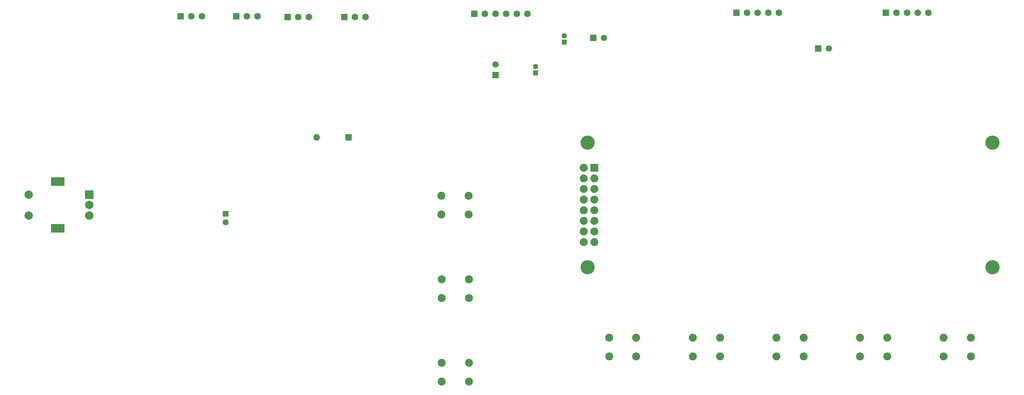
<source format=gbr>
G04 #@! TF.GenerationSoftware,KiCad,Pcbnew,5.0.0+dfsg1-2*
G04 #@! TF.CreationDate,2018-09-13T03:31:39+05:00*
G04 #@! TF.ProjectId,mainboard,6D61696E626F6172642E6B696361645F,rev?*
G04 #@! TF.SameCoordinates,Original*
G04 #@! TF.FileFunction,Soldermask,Bot*
G04 #@! TF.FilePolarity,Negative*
%FSLAX46Y46*%
G04 Gerber Fmt 4.6, Leading zero omitted, Abs format (unit mm)*
G04 Created by KiCad (PCBNEW 5.0.0+dfsg1-2) date Thu Sep 13 03:31:39 2018*
%MOMM*%
%LPD*%
G01*
G04 APERTURE LIST*
%ADD10C,2.000000*%
%ADD11R,3.200000X2.000000*%
%ADD12R,2.000000X2.000000*%
%ADD13R,1.600000X1.600000*%
%ADD14O,1.600000X1.600000*%
%ADD15C,1.600000*%
%ADD16R,1.900000X1.900000*%
%ADD17C,1.900000*%
%ADD18C,3.400000*%
%ADD19R,1.450000X1.450000*%
%ADD20C,1.450000*%
%ADD21C,1.300000*%
%ADD22R,1.300000X1.300000*%
%ADD23C,1.500000*%
%ADD24R,1.500000X1.500000*%
G04 APERTURE END LIST*
D10*
G04 #@! TO.C,BR1*
X357993000Y-202510000D03*
X357993000Y-197510000D03*
D11*
X364993000Y-205610000D03*
X364993000Y-194410000D03*
D10*
X372493000Y-202510000D03*
X372493000Y-200010000D03*
D12*
X372493000Y-197510000D03*
G04 #@! TD*
D13*
G04 #@! TO.C,VD1*
X434490000Y-183820000D03*
D14*
X426870000Y-183820000D03*
G04 #@! TD*
D13*
G04 #@! TO.C,X2*
X562920000Y-154000000D03*
D15*
X565460000Y-154000000D03*
X568000000Y-154000000D03*
X570540000Y-154000000D03*
X573080000Y-154000000D03*
G04 #@! TD*
D16*
G04 #@! TO.C,D1*
X493240000Y-191110000D03*
D17*
X490700000Y-191110000D03*
X493240000Y-193650000D03*
X490700000Y-193650000D03*
X493240000Y-196190000D03*
X490700000Y-196190000D03*
X493240000Y-198730000D03*
X490700000Y-198730000D03*
X493240000Y-201270000D03*
X490700000Y-201270000D03*
X493240000Y-203810000D03*
X490700000Y-203810000D03*
X493240000Y-206350000D03*
X490700000Y-206350000D03*
X493240000Y-208890000D03*
X490700000Y-208890000D03*
D18*
X588400000Y-185100000D03*
X588400000Y-214900000D03*
X491600000Y-185100000D03*
X491600000Y-214900000D03*
G04 #@! TD*
D19*
G04 #@! TO.C,C5*
X405105000Y-202140000D03*
D20*
X405105000Y-204140000D03*
G04 #@! TD*
D21*
G04 #@! TO.C,C6*
X486000000Y-159500000D03*
D22*
X486000000Y-161000000D03*
G04 #@! TD*
D23*
G04 #@! TO.C,C7*
X469645000Y-166390000D03*
D24*
X469645000Y-168890000D03*
G04 #@! TD*
G04 #@! TO.C,C8*
X493000000Y-160000000D03*
D23*
X495500000Y-160000000D03*
G04 #@! TD*
D22*
G04 #@! TO.C,C9*
X479170000Y-168390000D03*
D21*
X479170000Y-166890000D03*
G04 #@! TD*
D24*
G04 #@! TO.C,C15*
X546750000Y-162545000D03*
D23*
X549250000Y-162545000D03*
G04 #@! TD*
D17*
G04 #@! TO.C,SB1*
X583250000Y-231750000D03*
X576750000Y-231750000D03*
X583250000Y-236250000D03*
X576750000Y-236250000D03*
G04 #@! TD*
G04 #@! TO.C,SB2*
X516750000Y-236250000D03*
X523250000Y-236250000D03*
X516750000Y-231750000D03*
X523250000Y-231750000D03*
G04 #@! TD*
G04 #@! TO.C,SB3*
X563250000Y-231750000D03*
X556750000Y-231750000D03*
X563250000Y-236250000D03*
X556750000Y-236250000D03*
G04 #@! TD*
G04 #@! TO.C,SB4*
X463185000Y-197775000D03*
X456685000Y-197775000D03*
X463185000Y-202275000D03*
X456685000Y-202275000D03*
G04 #@! TD*
G04 #@! TO.C,SB5*
X536750000Y-236250000D03*
X543250000Y-236250000D03*
X536750000Y-231750000D03*
X543250000Y-231750000D03*
G04 #@! TD*
G04 #@! TO.C,SB6*
X496750000Y-236250000D03*
X503250000Y-236250000D03*
X496750000Y-231750000D03*
X503250000Y-231750000D03*
G04 #@! TD*
G04 #@! TO.C,SB7*
X463250000Y-217750000D03*
X456750000Y-217750000D03*
X463250000Y-222250000D03*
X456750000Y-222250000D03*
G04 #@! TD*
G04 #@! TO.C,SB8*
X463250000Y-237750000D03*
X456750000Y-237750000D03*
X463250000Y-242250000D03*
X456750000Y-242250000D03*
G04 #@! TD*
D13*
G04 #@! TO.C,X1*
X464565000Y-154305000D03*
D15*
X467105000Y-154305000D03*
X469645000Y-154305000D03*
X472185000Y-154305000D03*
X474725000Y-154305000D03*
X477265000Y-154305000D03*
G04 #@! TD*
D13*
G04 #@! TO.C,X3*
X407645000Y-154880000D03*
D15*
X410185000Y-154880000D03*
X412725000Y-154880000D03*
G04 #@! TD*
D13*
G04 #@! TO.C,X4*
X394310000Y-154880000D03*
D15*
X396850000Y-154880000D03*
X399390000Y-154880000D03*
G04 #@! TD*
D13*
G04 #@! TO.C,X5*
X419885000Y-155000000D03*
D15*
X422425000Y-155000000D03*
X424965000Y-155000000D03*
G04 #@! TD*
G04 #@! TO.C,X6*
X438540000Y-155000000D03*
X436000000Y-155000000D03*
D13*
X433460000Y-155000000D03*
G04 #@! TD*
G04 #@! TO.C,X7*
X527185000Y-154000000D03*
D15*
X529725000Y-154000000D03*
X532265000Y-154000000D03*
X534805000Y-154000000D03*
X537345000Y-154000000D03*
G04 #@! TD*
M02*

</source>
